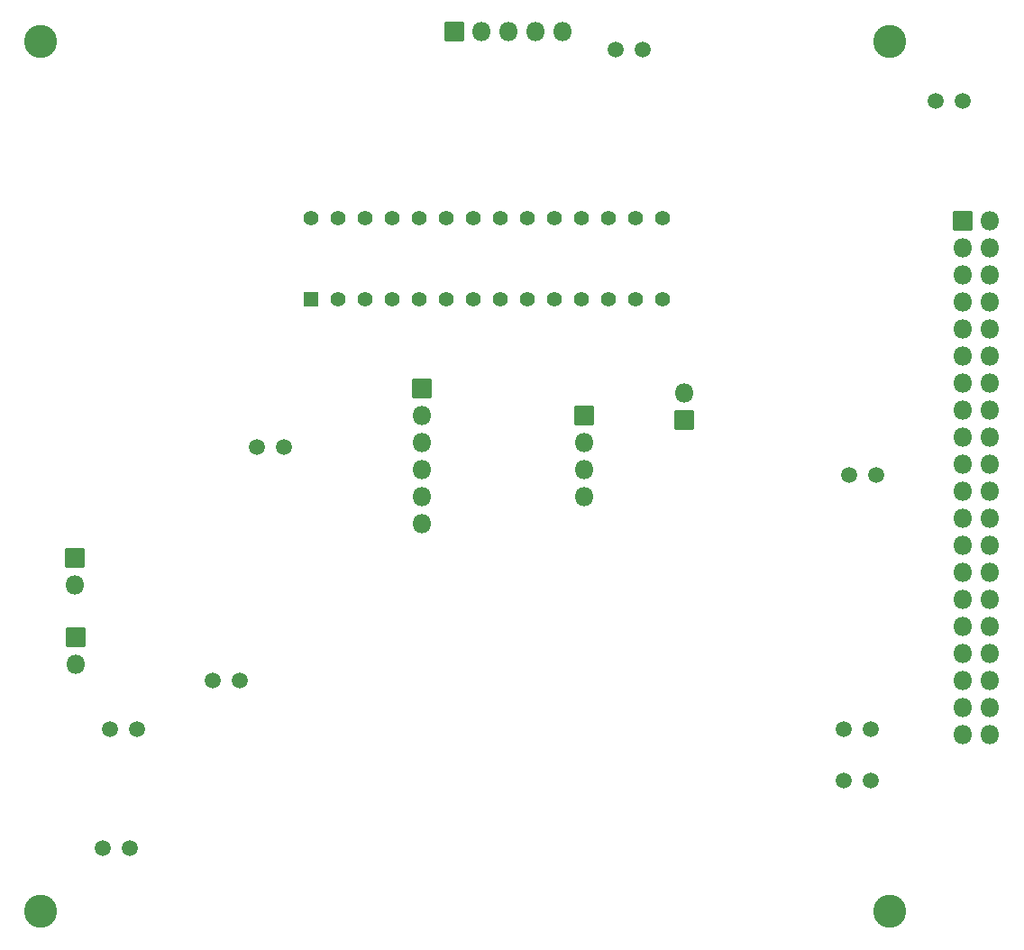
<source format=gbs>
%TF.GenerationSoftware,KiCad,Pcbnew,(6.0.1)*%
%TF.CreationDate,2022-03-24T01:36:13-06:00*%
%TF.ProjectId,ColoradoCUBE_Payload,436f6c6f-7261-4646-9f43-5542455f5061,rev?*%
%TF.SameCoordinates,Original*%
%TF.FileFunction,Soldermask,Bot*%
%TF.FilePolarity,Negative*%
%FSLAX46Y46*%
G04 Gerber Fmt 4.6, Leading zero omitted, Abs format (unit mm)*
G04 Created by KiCad (PCBNEW (6.0.1)) date 2022-03-24 01:36:13*
%MOMM*%
%LPD*%
G01*
G04 APERTURE LIST*
G04 Aperture macros list*
%AMRoundRect*
0 Rectangle with rounded corners*
0 $1 Rounding radius*
0 $2 $3 $4 $5 $6 $7 $8 $9 X,Y pos of 4 corners*
0 Add a 4 corners polygon primitive as box body*
4,1,4,$2,$3,$4,$5,$6,$7,$8,$9,$2,$3,0*
0 Add four circle primitives for the rounded corners*
1,1,$1+$1,$2,$3*
1,1,$1+$1,$4,$5*
1,1,$1+$1,$6,$7*
1,1,$1+$1,$8,$9*
0 Add four rect primitives between the rounded corners*
20,1,$1+$1,$2,$3,$4,$5,0*
20,1,$1+$1,$4,$5,$6,$7,0*
20,1,$1+$1,$6,$7,$8,$9,0*
20,1,$1+$1,$8,$9,$2,$3,0*%
G04 Aperture macros list end*
%ADD10C,3.101600*%
%ADD11RoundRect,0.050800X-0.850000X-0.850000X0.850000X-0.850000X0.850000X0.850000X-0.850000X0.850000X0*%
%ADD12O,1.801600X1.801600*%
%ADD13C,1.501600*%
%ADD14RoundRect,0.050800X0.660400X-0.660400X0.660400X0.660400X-0.660400X0.660400X-0.660400X-0.660400X0*%
%ADD15C,1.422400*%
%ADD16RoundRect,0.050800X0.850000X0.850000X-0.850000X0.850000X-0.850000X-0.850000X0.850000X-0.850000X0*%
%ADD17RoundRect,0.050800X0.850000X-0.850000X0.850000X0.850000X-0.850000X0.850000X-0.850000X-0.850000X0*%
G04 APERTURE END LIST*
D10*
X108331000Y-127801000D03*
X108331000Y-46101000D03*
X188031000Y-46101000D03*
X188031000Y-127801000D03*
D11*
X111633000Y-102108000D03*
D12*
X111633000Y-104648000D03*
D13*
X162306000Y-46863000D03*
X164846000Y-46863000D03*
D14*
X133731000Y-70358000D03*
D15*
X136271000Y-70358000D03*
X138811000Y-70358000D03*
X141351000Y-70358000D03*
X143891000Y-70358000D03*
X146431000Y-70358000D03*
X148971000Y-70358000D03*
X151511000Y-70358000D03*
X154051000Y-70358000D03*
X156591000Y-70358000D03*
X159131000Y-70358000D03*
X161671000Y-70358000D03*
X164211000Y-70358000D03*
X166751000Y-70358000D03*
X166751000Y-62738000D03*
X164211000Y-62738000D03*
X161671000Y-62738000D03*
X159131000Y-62738000D03*
X156591000Y-62738000D03*
X154051000Y-62738000D03*
X151511000Y-62738000D03*
X148971000Y-62738000D03*
X146431000Y-62738000D03*
X143891000Y-62738000D03*
X141351000Y-62738000D03*
X138811000Y-62738000D03*
X136271000Y-62738000D03*
X133731000Y-62738000D03*
D11*
X159385000Y-81280000D03*
D12*
X159385000Y-83820000D03*
X159385000Y-86360000D03*
X159385000Y-88900000D03*
D13*
X126980000Y-106172000D03*
X124440000Y-106172000D03*
X128651000Y-84201000D03*
X131191000Y-84201000D03*
D11*
X144145000Y-78740000D03*
D12*
X144145000Y-81280000D03*
X144145000Y-83820000D03*
X144145000Y-86360000D03*
X144145000Y-88900000D03*
X144145000Y-91440000D03*
D13*
X183769000Y-110744000D03*
X186309000Y-110744000D03*
X192405000Y-51689000D03*
X194945000Y-51689000D03*
X183769000Y-115570000D03*
X186309000Y-115570000D03*
D16*
X168783000Y-81666000D03*
D12*
X168783000Y-79126000D03*
D13*
X184277000Y-86868000D03*
X186817000Y-86868000D03*
X114828000Y-110744000D03*
X117368000Y-110744000D03*
X114173000Y-121920000D03*
X116713000Y-121920000D03*
D17*
X147193000Y-45212000D03*
D12*
X149733000Y-45212000D03*
X152273000Y-45212000D03*
X154813000Y-45212000D03*
X157353000Y-45212000D03*
D11*
X111506000Y-94615000D03*
D12*
X111506000Y-97155000D03*
D11*
X194945000Y-62992000D03*
D12*
X197485000Y-62992000D03*
X194945000Y-65532000D03*
X197485000Y-65532000D03*
X194945000Y-68072000D03*
X197485000Y-68072000D03*
X194945000Y-70612000D03*
X197485000Y-70612000D03*
X194945000Y-73152000D03*
X197485000Y-73152000D03*
X194945000Y-75692000D03*
X197485000Y-75692000D03*
X194945000Y-78232000D03*
X197485000Y-78232000D03*
X194945000Y-80772000D03*
X197485000Y-80772000D03*
X194945000Y-83312000D03*
X197485000Y-83312000D03*
X194945000Y-85852000D03*
X197485000Y-85852000D03*
X194945000Y-88392000D03*
X197485000Y-88392000D03*
X194945000Y-90932000D03*
X197485000Y-90932000D03*
X194945000Y-93472000D03*
X197485000Y-93472000D03*
X194945000Y-96012000D03*
X197485000Y-96012000D03*
X194945000Y-98552000D03*
X197485000Y-98552000D03*
X194945000Y-101092000D03*
X197485000Y-101092000D03*
X194945000Y-103632000D03*
X197485000Y-103632000D03*
X194945000Y-106172000D03*
X197485000Y-106172000D03*
X194945000Y-108712000D03*
X197485000Y-108712000D03*
X194945000Y-111252000D03*
X197485000Y-111252000D03*
M02*

</source>
